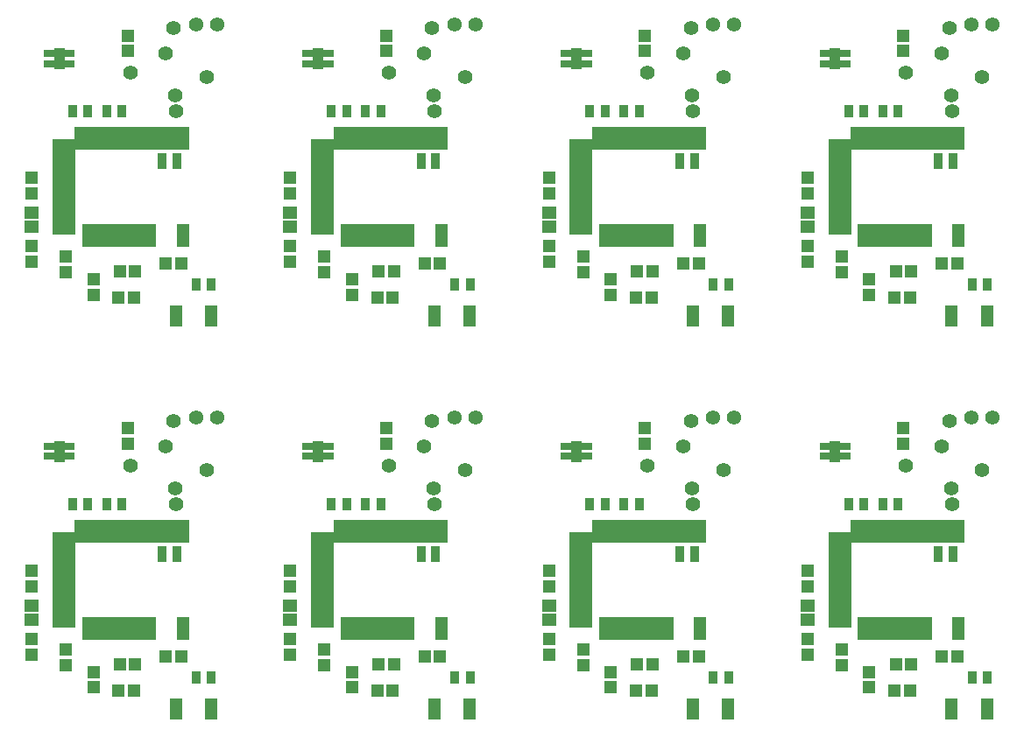
<source format=gbs>
%MOIN*%
%OFA0B0*%
%FSLAX46Y46*%
%IPPOS*%
%LPD*%
%ADD10C,0.0039370078740157488*%
%ADD11R,0.03937007874015748X0.029527559055118113*%
%ADD12R,0.043307086614173235X0.07874015748031496*%
%ADD13R,0.035433070866141732X0.062992125984251982*%
%ADD14R,0.051181102362204731X0.086614173228346469*%
%ADD15R,0.035433070866141732X0.086614173228346469*%
%ADD16R,0.086614173228346469X0.035433070866141732*%
%ADD17R,0.051181102362204731X0.082677165354330714*%
%ADD18R,0.055118110236220472X0.047244094488188976*%
%ADD19R,0.035433070866141732X0.051181102362204731*%
%ADD20C,0.055118110236220472*%
%ADD21C,0.054648031496062996*%
%ADD22C,0.054548031496063*%
%ADD23R,0.047244094488188976X0.0452755905511811*%
%ADD24R,0.0452755905511811X0.047244094488188976*%
%ADD35C,0.0039370078740157488*%
%ADD36R,0.03937007874015748X0.029527559055118113*%
%ADD37R,0.043307086614173235X0.07874015748031496*%
%ADD38R,0.035433070866141732X0.062992125984251982*%
%ADD39R,0.051181102362204731X0.086614173228346469*%
%ADD40R,0.035433070866141732X0.086614173228346469*%
%ADD41R,0.086614173228346469X0.035433070866141732*%
%ADD42R,0.051181102362204731X0.082677165354330714*%
%ADD43R,0.055118110236220472X0.047244094488188976*%
%ADD44R,0.035433070866141732X0.051181102362204731*%
%ADD45C,0.055118110236220472*%
%ADD46C,0.054648031496062996*%
%ADD47C,0.054548031496063*%
%ADD48R,0.047244094488188976X0.0452755905511811*%
%ADD49R,0.0452755905511811X0.047244094488188976*%
%ADD60C,0.0039370078740157488*%
%ADD61R,0.03937007874015748X0.029527559055118113*%
%ADD62R,0.043307086614173235X0.07874015748031496*%
%ADD63R,0.035433070866141732X0.062992125984251982*%
%ADD64R,0.051181102362204731X0.086614173228346469*%
%ADD65R,0.035433070866141732X0.086614173228346469*%
%ADD66R,0.086614173228346469X0.035433070866141732*%
%ADD67R,0.051181102362204731X0.082677165354330714*%
%ADD68R,0.055118110236220472X0.047244094488188976*%
%ADD69R,0.035433070866141732X0.051181102362204731*%
%ADD70C,0.055118110236220472*%
%ADD71C,0.054648031496062996*%
%ADD72C,0.054548031496063*%
%ADD73R,0.047244094488188976X0.0452755905511811*%
%ADD74R,0.0452755905511811X0.047244094488188976*%
%ADD85C,0.0039370078740157488*%
%ADD86R,0.03937007874015748X0.029527559055118113*%
%ADD87R,0.043307086614173235X0.07874015748031496*%
%ADD88R,0.035433070866141732X0.062992125984251982*%
%ADD89R,0.051181102362204731X0.086614173228346469*%
%ADD90R,0.035433070866141732X0.086614173228346469*%
%ADD91R,0.086614173228346469X0.035433070866141732*%
%ADD92R,0.051181102362204731X0.082677165354330714*%
%ADD93R,0.055118110236220472X0.047244094488188976*%
%ADD94R,0.035433070866141732X0.051181102362204731*%
%ADD95C,0.055118110236220472*%
%ADD96C,0.054648031496062996*%
%ADD97C,0.054548031496063*%
%ADD98R,0.047244094488188976X0.0452755905511811*%
%ADD99R,0.0452755905511811X0.047244094488188976*%
%ADD110C,0.0039370078740157488*%
%ADD111R,0.03937007874015748X0.029527559055118113*%
%ADD112R,0.043307086614173235X0.07874015748031496*%
%ADD113R,0.035433070866141732X0.062992125984251982*%
%ADD114R,0.051181102362204731X0.086614173228346469*%
%ADD115R,0.035433070866141732X0.086614173228346469*%
%ADD116R,0.086614173228346469X0.035433070866141732*%
%ADD117R,0.051181102362204731X0.082677165354330714*%
%ADD118R,0.055118110236220472X0.047244094488188976*%
%ADD119R,0.035433070866141732X0.051181102362204731*%
%ADD120C,0.055118110236220472*%
%ADD121C,0.054648031496062996*%
%ADD122C,0.054548031496063*%
%ADD123R,0.047244094488188976X0.0452755905511811*%
%ADD124R,0.0452755905511811X0.047244094488188976*%
%ADD135C,0.0039370078740157488*%
%ADD136R,0.03937007874015748X0.029527559055118113*%
%ADD137R,0.043307086614173235X0.07874015748031496*%
%ADD138R,0.035433070866141732X0.062992125984251982*%
%ADD139R,0.051181102362204731X0.086614173228346469*%
%ADD140R,0.035433070866141732X0.086614173228346469*%
%ADD141R,0.086614173228346469X0.035433070866141732*%
%ADD142R,0.051181102362204731X0.082677165354330714*%
%ADD143R,0.055118110236220472X0.047244094488188976*%
%ADD144R,0.035433070866141732X0.051181102362204731*%
%ADD145C,0.055118110236220472*%
%ADD146C,0.054648031496062996*%
%ADD147C,0.054548031496063*%
%ADD148R,0.047244094488188976X0.0452755905511811*%
%ADD149R,0.0452755905511811X0.047244094488188976*%
%ADD160C,0.0039370078740157488*%
%ADD161R,0.03937007874015748X0.029527559055118113*%
%ADD162R,0.043307086614173235X0.07874015748031496*%
%ADD163R,0.035433070866141732X0.062992125984251982*%
%ADD164R,0.051181102362204731X0.086614173228346469*%
%ADD165R,0.035433070866141732X0.086614173228346469*%
%ADD166R,0.086614173228346469X0.035433070866141732*%
%ADD167R,0.051181102362204731X0.082677165354330714*%
%ADD168R,0.055118110236220472X0.047244094488188976*%
%ADD169R,0.035433070866141732X0.051181102362204731*%
%ADD170C,0.055118110236220472*%
%ADD171C,0.054648031496062996*%
%ADD172C,0.054548031496063*%
%ADD173R,0.047244094488188976X0.0452755905511811*%
%ADD174R,0.0452755905511811X0.047244094488188976*%
%ADD185C,0.0039370078740157488*%
%ADD186R,0.03937007874015748X0.029527559055118113*%
%ADD187R,0.043307086614173235X0.07874015748031496*%
%ADD188R,0.035433070866141732X0.062992125984251982*%
%ADD189R,0.051181102362204731X0.086614173228346469*%
%ADD190R,0.035433070866141732X0.086614173228346469*%
%ADD191R,0.086614173228346469X0.035433070866141732*%
%ADD192R,0.051181102362204731X0.082677165354330714*%
%ADD193R,0.055118110236220472X0.047244094488188976*%
%ADD194R,0.035433070866141732X0.051181102362204731*%
%ADD195C,0.055118110236220472*%
%ADD196C,0.054648031496062996*%
%ADD197C,0.054548031496063*%
%ADD198R,0.047244094488188976X0.0452755905511811*%
%ADD199R,0.0452755905511811X0.047244094488188976*%
%LPD*%
G01*
D10*
D11*
X-0003779527Y0005314959D02*
X0000221102Y0001265273D03*
X0000221102Y0001304645D03*
X0000299842Y0001265273D03*
D12*
X0000260471Y0001284960D03*
D11*
X0000299842Y0001304645D03*
D13*
X0000653306Y0000893385D03*
X0000708425Y0000893385D03*
D14*
X0000730077Y0000979999D03*
D15*
X0000694645Y0000979999D03*
X0000667086Y0000979999D03*
X0000639527Y0000979999D03*
X0000611968Y0000979999D03*
X0000584409Y0000979999D03*
X0000556850Y0000979999D03*
X0000529291Y0000979999D03*
X0000501731Y0000979999D03*
X0000474173Y0000979999D03*
X0000446614Y0000979999D03*
X0000419054Y0000979999D03*
X0000391496Y0000979999D03*
X0000363937Y0000979999D03*
X0000336376Y0000979999D03*
D16*
X0000277322Y0000960314D03*
X0000277322Y0000932755D03*
X0000277322Y0000905195D03*
X0000277322Y0000877637D03*
X0000277322Y0000850078D03*
X0000277322Y0000822519D03*
X0000277322Y0000794960D03*
X0000277322Y0000767400D03*
X0000277322Y0000739842D03*
X0000277322Y0000712283D03*
X0000277322Y0000684724D03*
X0000277322Y0000657165D03*
X0000277322Y0000629606D03*
D14*
X0000730077Y0000609921D03*
D15*
X0000611968Y0000609921D03*
X0000584409Y0000609921D03*
X0000556850Y0000609921D03*
X0000529291Y0000609921D03*
X0000501731Y0000609921D03*
X0000474173Y0000609921D03*
X0000446614Y0000609921D03*
X0000419054Y0000609921D03*
X0000391496Y0000609921D03*
X0000363937Y0000609921D03*
D17*
X0000837400Y0000304960D03*
X0000703543Y0000304960D03*
D18*
X0000155472Y0000697519D03*
X0000155472Y0000642401D03*
D19*
X0000440943Y0001084960D03*
X0000500000Y0001084960D03*
X0000310944Y0001084960D03*
X0000369999Y0001084960D03*
X0000780944Y0000424960D03*
X0000840000Y0000424960D03*
D20*
X0000665472Y0001304960D03*
X0000704472Y0001082960D03*
X0000695472Y0001399960D03*
X0000701472Y0001144960D03*
X0000530472Y0001229960D03*
D21*
X0000820471Y0001214960D03*
D22*
X0000780472Y0001414960D03*
X0000860472Y0001414960D03*
D23*
X0000549999Y0000474960D03*
X0000490943Y0000474960D03*
D24*
X0000285472Y0000529488D03*
X0000285472Y0000470432D03*
D23*
X0000725000Y0000504959D03*
X0000665944Y0000504959D03*
D24*
X0000155472Y0000510433D03*
X0000155472Y0000569488D03*
X0000155472Y0000829488D03*
X0000155472Y0000770433D03*
X0000520472Y0001312933D03*
X0000520472Y0001371988D03*
X0000390472Y0000444488D03*
X0000390472Y0000385433D03*
D23*
X0000485944Y0000374960D03*
X0000545000Y0000374960D03*
G01*
D35*
D36*
X-0002795275Y0005314959D02*
X0001205354Y0001265273D03*
X0001205354Y0001304645D03*
X0001284093Y0001265273D03*
D37*
X0001244724Y0001284960D03*
D36*
X0001284093Y0001304645D03*
D38*
X0001637559Y0000893385D03*
X0001692677Y0000893385D03*
D39*
X0001714330Y0000979999D03*
D40*
X0001678897Y0000979999D03*
X0001651338Y0000979999D03*
X0001623779Y0000979999D03*
X0001596220Y0000979999D03*
X0001568661Y0000979999D03*
X0001541102Y0000979999D03*
X0001513542Y0000979999D03*
X0001485984Y0000979999D03*
X0001458425Y0000979999D03*
X0001430866Y0000979999D03*
X0001403307Y0000979999D03*
X0001375748Y0000979999D03*
X0001348188Y0000979999D03*
X0001320629Y0000979999D03*
D41*
X0001261574Y0000960314D03*
X0001261574Y0000932755D03*
X0001261574Y0000905195D03*
X0001261574Y0000877637D03*
X0001261574Y0000850078D03*
X0001261574Y0000822519D03*
X0001261574Y0000794960D03*
X0001261574Y0000767400D03*
X0001261574Y0000739842D03*
X0001261574Y0000712283D03*
X0001261574Y0000684724D03*
X0001261574Y0000657165D03*
X0001261574Y0000629606D03*
D39*
X0001714330Y0000609921D03*
D40*
X0001596220Y0000609921D03*
X0001568661Y0000609921D03*
X0001541102Y0000609921D03*
X0001513542Y0000609921D03*
X0001485984Y0000609921D03*
X0001458425Y0000609921D03*
X0001430866Y0000609921D03*
X0001403307Y0000609921D03*
X0001375748Y0000609921D03*
X0001348188Y0000609921D03*
D42*
X0001821653Y0000304960D03*
X0001687795Y0000304960D03*
D43*
X0001139724Y0000697519D03*
X0001139724Y0000642401D03*
D44*
X0001425196Y0001084960D03*
X0001484251Y0001084960D03*
X0001295196Y0001084960D03*
X0001354251Y0001084960D03*
X0001765196Y0000424960D03*
X0001824251Y0000424960D03*
D45*
X0001649724Y0001304960D03*
X0001688723Y0001082960D03*
X0001679724Y0001399960D03*
X0001685724Y0001144960D03*
X0001514724Y0001229960D03*
D46*
X0001804724Y0001214960D03*
D47*
X0001764724Y0001414960D03*
X0001844724Y0001414960D03*
D48*
X0001534250Y0000474960D03*
X0001475196Y0000474960D03*
D49*
X0001269723Y0000529488D03*
X0001269723Y0000470432D03*
D48*
X0001709251Y0000504959D03*
X0001650196Y0000504959D03*
D49*
X0001139724Y0000510433D03*
X0001139724Y0000569488D03*
X0001139724Y0000829488D03*
X0001139724Y0000770433D03*
X0001504724Y0001312933D03*
X0001504724Y0001371988D03*
X0001374724Y0000444488D03*
X0001374724Y0000385433D03*
D48*
X0001470196Y0000374960D03*
X0001529251Y0000374960D03*
G01*
D60*
D61*
X-0001811023Y0005314959D02*
X0002189606Y0001265273D03*
X0002189606Y0001304645D03*
X0002268346Y0001265273D03*
D62*
X0002228976Y0001284960D03*
D61*
X0002268346Y0001304645D03*
D63*
X0002621809Y0000893385D03*
X0002676929Y0000893385D03*
D64*
X0002698582Y0000979999D03*
D65*
X0002663149Y0000979999D03*
X0002635590Y0000979999D03*
X0002608031Y0000979999D03*
X0002580472Y0000979999D03*
X0002552913Y0000979999D03*
X0002525353Y0000979999D03*
X0002497795Y0000979999D03*
X0002470236Y0000979999D03*
X0002442677Y0000979999D03*
X0002415118Y0000979999D03*
X0002387559Y0000979999D03*
X0002360000Y0000979999D03*
X0002332440Y0000979999D03*
X0002304881Y0000979999D03*
D66*
X0002245826Y0000960314D03*
X0002245826Y0000932755D03*
X0002245826Y0000905195D03*
X0002245826Y0000877637D03*
X0002245826Y0000850078D03*
X0002245826Y0000822519D03*
X0002245826Y0000794960D03*
X0002245826Y0000767400D03*
X0002245826Y0000739842D03*
X0002245826Y0000712283D03*
X0002245826Y0000684724D03*
X0002245826Y0000657165D03*
X0002245826Y0000629606D03*
D64*
X0002698582Y0000609921D03*
D65*
X0002580472Y0000609921D03*
X0002552913Y0000609921D03*
X0002525353Y0000609921D03*
X0002497795Y0000609921D03*
X0002470236Y0000609921D03*
X0002442677Y0000609921D03*
X0002415118Y0000609921D03*
X0002387559Y0000609921D03*
X0002360000Y0000609921D03*
X0002332440Y0000609921D03*
D67*
X0002805905Y0000304960D03*
X0002672047Y0000304960D03*
D68*
X0002123976Y0000697519D03*
X0002123976Y0000642401D03*
D69*
X0002409448Y0001084960D03*
X0002468503Y0001084960D03*
X0002279448Y0001084960D03*
X0002338503Y0001084960D03*
X0002749448Y0000424960D03*
X0002808503Y0000424960D03*
D70*
X0002633976Y0001304960D03*
X0002672976Y0001082960D03*
X0002663976Y0001399960D03*
X0002669975Y0001144960D03*
X0002498976Y0001229960D03*
D71*
X0002788976Y0001214960D03*
D72*
X0002748976Y0001414960D03*
X0002828976Y0001414960D03*
D73*
X0002518503Y0000474960D03*
X0002459448Y0000474960D03*
D74*
X0002253976Y0000529488D03*
X0002253976Y0000470432D03*
D73*
X0002693503Y0000504959D03*
X0002634448Y0000504959D03*
D74*
X0002123976Y0000510433D03*
X0002123976Y0000569488D03*
X0002123976Y0000829488D03*
X0002123976Y0000770433D03*
X0002488976Y0001312933D03*
X0002488976Y0001371988D03*
X0002358976Y0000444488D03*
X0002358976Y0000385433D03*
D73*
X0002454448Y0000374960D03*
X0002513503Y0000374960D03*
G01*
D85*
D86*
X-0000826771Y0005314959D02*
X0003173857Y0001265273D03*
X0003173857Y0001304645D03*
X0003252598Y0001265273D03*
D87*
X0003213228Y0001284960D03*
D86*
X0003252598Y0001304645D03*
D88*
X0003606062Y0000893385D03*
X0003661181Y0000893385D03*
D89*
X0003682834Y0000979999D03*
D90*
X0003647401Y0000979999D03*
X0003619842Y0000979999D03*
X0003592283Y0000979999D03*
X0003564723Y0000979999D03*
X0003537165Y0000979999D03*
X0003509606Y0000979999D03*
X0003482047Y0000979999D03*
X0003454488Y0000979999D03*
X0003426928Y0000979999D03*
X0003399370Y0000979999D03*
X0003371811Y0000979999D03*
X0003344250Y0000979999D03*
X0003316692Y0000979999D03*
X0003289133Y0000979999D03*
D91*
X0003230078Y0000960314D03*
X0003230078Y0000932755D03*
X0003230078Y0000905195D03*
X0003230078Y0000877637D03*
X0003230078Y0000850078D03*
X0003230078Y0000822519D03*
X0003230078Y0000794960D03*
X0003230078Y0000767400D03*
X0003230078Y0000739842D03*
X0003230078Y0000712283D03*
X0003230078Y0000684724D03*
X0003230078Y0000657165D03*
X0003230078Y0000629606D03*
D89*
X0003682834Y0000609921D03*
D90*
X0003564723Y0000609921D03*
X0003537165Y0000609921D03*
X0003509606Y0000609921D03*
X0003482047Y0000609921D03*
X0003454488Y0000609921D03*
X0003426928Y0000609921D03*
X0003399370Y0000609921D03*
X0003371811Y0000609921D03*
X0003344250Y0000609921D03*
X0003316692Y0000609921D03*
D92*
X0003790157Y0000304960D03*
X0003656299Y0000304960D03*
D93*
X0003108228Y0000697519D03*
X0003108228Y0000642401D03*
D94*
X0003393700Y0001084960D03*
X0003452755Y0001084960D03*
X0003263699Y0001084960D03*
X0003322755Y0001084960D03*
X0003733700Y0000424960D03*
X0003792755Y0000424960D03*
D95*
X0003618228Y0001304960D03*
X0003657228Y0001082960D03*
X0003648227Y0001399960D03*
X0003654228Y0001144960D03*
X0003483228Y0001229960D03*
D96*
X0003773228Y0001214960D03*
D97*
X0003733228Y0001414960D03*
X0003813228Y0001414960D03*
D98*
X0003502755Y0000474960D03*
X0003443700Y0000474960D03*
D99*
X0003238228Y0000529488D03*
X0003238228Y0000470432D03*
D98*
X0003677755Y0000504959D03*
X0003618700Y0000504959D03*
D99*
X0003108228Y0000510433D03*
X0003108228Y0000569488D03*
X0003108228Y0000829488D03*
X0003108228Y0000770433D03*
X0003473228Y0001312933D03*
X0003473228Y0001371988D03*
X0003343228Y0000444488D03*
X0003343228Y0000385433D03*
D98*
X0003438700Y0000374960D03*
X0003497755Y0000374960D03*
G04 next file*
%LPD*%
G01*
D110*
D111*
X-0003779527Y0006811023D02*
X0000221102Y0002761338D03*
X0000221102Y0002800708D03*
X0000299842Y0002761338D03*
D112*
X0000260471Y0002781023D03*
D111*
X0000299842Y0002800708D03*
D113*
X0000653306Y0002389448D03*
X0000708425Y0002389448D03*
D114*
X0000730077Y0002476062D03*
D115*
X0000694645Y0002476062D03*
X0000667086Y0002476062D03*
X0000639527Y0002476062D03*
X0000611968Y0002476062D03*
X0000584409Y0002476062D03*
X0000556850Y0002476062D03*
X0000529291Y0002476062D03*
X0000501731Y0002476062D03*
X0000474173Y0002476062D03*
X0000446614Y0002476062D03*
X0000419054Y0002476062D03*
X0000391496Y0002476062D03*
X0000363937Y0002476062D03*
X0000336376Y0002476062D03*
D116*
X0000277322Y0002456377D03*
X0000277322Y0002428818D03*
X0000277322Y0002401259D03*
X0000277322Y0002373700D03*
X0000277322Y0002346141D03*
X0000277322Y0002318582D03*
X0000277322Y0002291023D03*
X0000277322Y0002263464D03*
X0000277322Y0002235905D03*
X0000277322Y0002208346D03*
X0000277322Y0002180787D03*
X0000277322Y0002153228D03*
X0000277322Y0002125669D03*
D114*
X0000730077Y0002105984D03*
D115*
X0000611968Y0002105984D03*
X0000584409Y0002105984D03*
X0000556850Y0002105984D03*
X0000529291Y0002105984D03*
X0000501731Y0002105984D03*
X0000474173Y0002105984D03*
X0000446614Y0002105984D03*
X0000419054Y0002105984D03*
X0000391496Y0002105984D03*
X0000363937Y0002105984D03*
D117*
X0000837400Y0001801022D03*
X0000703543Y0001801022D03*
D118*
X0000155472Y0002193582D03*
X0000155472Y0002138464D03*
D119*
X0000440943Y0002581023D03*
X0000500000Y0002581023D03*
X0000310944Y0002581023D03*
X0000369999Y0002581023D03*
X0000780944Y0001921023D03*
X0000840000Y0001921023D03*
D120*
X0000665472Y0002801023D03*
X0000704472Y0002579023D03*
X0000695472Y0002896023D03*
X0000701472Y0002641023D03*
X0000530472Y0002726023D03*
D121*
X0000820471Y0002711023D03*
D122*
X0000780472Y0002911023D03*
X0000860472Y0002911023D03*
D123*
X0000549999Y0001971022D03*
X0000490943Y0001971022D03*
D124*
X0000285472Y0002025551D03*
X0000285472Y0001966496D03*
D123*
X0000725000Y0002001023D03*
X0000665944Y0002001023D03*
D124*
X0000155472Y0002006495D03*
X0000155472Y0002065551D03*
X0000155472Y0002325551D03*
X0000155472Y0002266496D03*
X0000520472Y0002808996D03*
X0000520472Y0002868051D03*
X0000390472Y0001940551D03*
X0000390472Y0001881496D03*
D123*
X0000485944Y0001871023D03*
X0000545000Y0001871023D03*
G01*
D135*
D136*
X-0002795275Y0006811023D02*
X0001205354Y0002761338D03*
X0001205354Y0002800708D03*
X0001284093Y0002761338D03*
D137*
X0001244724Y0002781023D03*
D136*
X0001284093Y0002800708D03*
D138*
X0001637559Y0002389448D03*
X0001692677Y0002389448D03*
D139*
X0001714330Y0002476062D03*
D140*
X0001678897Y0002476062D03*
X0001651338Y0002476062D03*
X0001623779Y0002476062D03*
X0001596220Y0002476062D03*
X0001568661Y0002476062D03*
X0001541102Y0002476062D03*
X0001513542Y0002476062D03*
X0001485984Y0002476062D03*
X0001458425Y0002476062D03*
X0001430866Y0002476062D03*
X0001403307Y0002476062D03*
X0001375748Y0002476062D03*
X0001348188Y0002476062D03*
X0001320629Y0002476062D03*
D141*
X0001261574Y0002456377D03*
X0001261574Y0002428818D03*
X0001261574Y0002401259D03*
X0001261574Y0002373700D03*
X0001261574Y0002346141D03*
X0001261574Y0002318582D03*
X0001261574Y0002291023D03*
X0001261574Y0002263464D03*
X0001261574Y0002235905D03*
X0001261574Y0002208346D03*
X0001261574Y0002180787D03*
X0001261574Y0002153228D03*
X0001261574Y0002125669D03*
D139*
X0001714330Y0002105984D03*
D140*
X0001596220Y0002105984D03*
X0001568661Y0002105984D03*
X0001541102Y0002105984D03*
X0001513542Y0002105984D03*
X0001485984Y0002105984D03*
X0001458425Y0002105984D03*
X0001430866Y0002105984D03*
X0001403307Y0002105984D03*
X0001375748Y0002105984D03*
X0001348188Y0002105984D03*
D142*
X0001821653Y0001801022D03*
X0001687795Y0001801022D03*
D143*
X0001139724Y0002193582D03*
X0001139724Y0002138464D03*
D144*
X0001425196Y0002581023D03*
X0001484251Y0002581023D03*
X0001295196Y0002581023D03*
X0001354251Y0002581023D03*
X0001765196Y0001921023D03*
X0001824251Y0001921023D03*
D145*
X0001649724Y0002801023D03*
X0001688723Y0002579023D03*
X0001679724Y0002896023D03*
X0001685724Y0002641023D03*
X0001514724Y0002726023D03*
D146*
X0001804724Y0002711023D03*
D147*
X0001764724Y0002911023D03*
X0001844724Y0002911023D03*
D148*
X0001534250Y0001971022D03*
X0001475196Y0001971022D03*
D149*
X0001269723Y0002025551D03*
X0001269723Y0001966496D03*
D148*
X0001709251Y0002001023D03*
X0001650196Y0002001023D03*
D149*
X0001139724Y0002006495D03*
X0001139724Y0002065551D03*
X0001139724Y0002325551D03*
X0001139724Y0002266496D03*
X0001504724Y0002808996D03*
X0001504724Y0002868051D03*
X0001374724Y0001940551D03*
X0001374724Y0001881496D03*
D148*
X0001470196Y0001871023D03*
X0001529251Y0001871023D03*
G04 next file*
G01*
D160*
D161*
X-0001811023Y0006811023D02*
X0002189606Y0002761338D03*
X0002189606Y0002800708D03*
X0002268346Y0002761338D03*
D162*
X0002228976Y0002781023D03*
D161*
X0002268346Y0002800708D03*
D163*
X0002621809Y0002389448D03*
X0002676929Y0002389448D03*
D164*
X0002698582Y0002476062D03*
D165*
X0002663149Y0002476062D03*
X0002635590Y0002476062D03*
X0002608031Y0002476062D03*
X0002580472Y0002476062D03*
X0002552913Y0002476062D03*
X0002525353Y0002476062D03*
X0002497795Y0002476062D03*
X0002470236Y0002476062D03*
X0002442677Y0002476062D03*
X0002415118Y0002476062D03*
X0002387559Y0002476062D03*
X0002360000Y0002476062D03*
X0002332440Y0002476062D03*
X0002304881Y0002476062D03*
D166*
X0002245826Y0002456377D03*
X0002245826Y0002428818D03*
X0002245826Y0002401259D03*
X0002245826Y0002373700D03*
X0002245826Y0002346141D03*
X0002245826Y0002318582D03*
X0002245826Y0002291023D03*
X0002245826Y0002263464D03*
X0002245826Y0002235905D03*
X0002245826Y0002208346D03*
X0002245826Y0002180787D03*
X0002245826Y0002153228D03*
X0002245826Y0002125669D03*
D164*
X0002698582Y0002105984D03*
D165*
X0002580472Y0002105984D03*
X0002552913Y0002105984D03*
X0002525353Y0002105984D03*
X0002497795Y0002105984D03*
X0002470236Y0002105984D03*
X0002442677Y0002105984D03*
X0002415118Y0002105984D03*
X0002387559Y0002105984D03*
X0002360000Y0002105984D03*
X0002332440Y0002105984D03*
D167*
X0002805905Y0001801022D03*
X0002672047Y0001801022D03*
D168*
X0002123976Y0002193582D03*
X0002123976Y0002138464D03*
D169*
X0002409448Y0002581023D03*
X0002468503Y0002581023D03*
X0002279448Y0002581023D03*
X0002338503Y0002581023D03*
X0002749448Y0001921023D03*
X0002808503Y0001921023D03*
D170*
X0002633976Y0002801023D03*
X0002672976Y0002579023D03*
X0002663976Y0002896023D03*
X0002669975Y0002641023D03*
X0002498976Y0002726023D03*
D171*
X0002788976Y0002711023D03*
D172*
X0002748976Y0002911023D03*
X0002828976Y0002911023D03*
D173*
X0002518503Y0001971022D03*
X0002459448Y0001971022D03*
D174*
X0002253976Y0002025551D03*
X0002253976Y0001966496D03*
D173*
X0002693503Y0002001023D03*
X0002634448Y0002001023D03*
D174*
X0002123976Y0002006495D03*
X0002123976Y0002065551D03*
X0002123976Y0002325551D03*
X0002123976Y0002266496D03*
X0002488976Y0002808996D03*
X0002488976Y0002868051D03*
X0002358976Y0001940551D03*
X0002358976Y0001881496D03*
D173*
X0002454448Y0001871023D03*
X0002513503Y0001871023D03*
G04 next file*
G04 #@! TF.FileFunction,Soldermask,Bot*
G04 Gerber Fmt 4.6, Leading zero omitted, Abs format (unit mm)*
G04 Created by KiCad (PCBNEW 4.0.7-e2-6376~61~ubuntu18.04.1) date Mon Jun  4 01:42:22 2018*
G01*
G04 APERTURE LIST*
G04 APERTURE END LIST*
D185*
D186*
X-0000826771Y0006811023D02*
X0003173857Y0002761338D03*
X0003173857Y0002800708D03*
X0003252598Y0002761338D03*
D187*
X0003213228Y0002781023D03*
D186*
X0003252598Y0002800708D03*
D188*
X0003606062Y0002389448D03*
X0003661181Y0002389448D03*
D189*
X0003682834Y0002476062D03*
D190*
X0003647401Y0002476062D03*
X0003619842Y0002476062D03*
X0003592283Y0002476062D03*
X0003564723Y0002476062D03*
X0003537165Y0002476062D03*
X0003509606Y0002476062D03*
X0003482047Y0002476062D03*
X0003454488Y0002476062D03*
X0003426928Y0002476062D03*
X0003399370Y0002476062D03*
X0003371811Y0002476062D03*
X0003344250Y0002476062D03*
X0003316692Y0002476062D03*
X0003289133Y0002476062D03*
D191*
X0003230078Y0002456377D03*
X0003230078Y0002428818D03*
X0003230078Y0002401259D03*
X0003230078Y0002373700D03*
X0003230078Y0002346141D03*
X0003230078Y0002318582D03*
X0003230078Y0002291023D03*
X0003230078Y0002263464D03*
X0003230078Y0002235905D03*
X0003230078Y0002208346D03*
X0003230078Y0002180787D03*
X0003230078Y0002153228D03*
X0003230078Y0002125669D03*
D189*
X0003682834Y0002105984D03*
D190*
X0003564723Y0002105984D03*
X0003537165Y0002105984D03*
X0003509606Y0002105984D03*
X0003482047Y0002105984D03*
X0003454488Y0002105984D03*
X0003426928Y0002105984D03*
X0003399370Y0002105984D03*
X0003371811Y0002105984D03*
X0003344250Y0002105984D03*
X0003316692Y0002105984D03*
D192*
X0003790157Y0001801022D03*
X0003656299Y0001801022D03*
D193*
X0003108228Y0002193582D03*
X0003108228Y0002138464D03*
D194*
X0003393700Y0002581023D03*
X0003452755Y0002581023D03*
X0003263699Y0002581023D03*
X0003322755Y0002581023D03*
X0003733700Y0001921023D03*
X0003792755Y0001921023D03*
D195*
X0003618228Y0002801023D03*
X0003657228Y0002579023D03*
X0003648227Y0002896023D03*
X0003654228Y0002641023D03*
X0003483228Y0002726023D03*
D196*
X0003773228Y0002711023D03*
D197*
X0003733228Y0002911023D03*
X0003813228Y0002911023D03*
D198*
X0003502755Y0001971022D03*
X0003443700Y0001971022D03*
D199*
X0003238228Y0002025551D03*
X0003238228Y0001966496D03*
D198*
X0003677755Y0002001023D03*
X0003618700Y0002001023D03*
D199*
X0003108228Y0002006495D03*
X0003108228Y0002065551D03*
X0003108228Y0002325551D03*
X0003108228Y0002266496D03*
X0003473228Y0002808996D03*
X0003473228Y0002868051D03*
X0003343228Y0001940551D03*
X0003343228Y0001881496D03*
D198*
X0003438700Y0001871023D03*
X0003497755Y0001871023D03*
M02*
</source>
